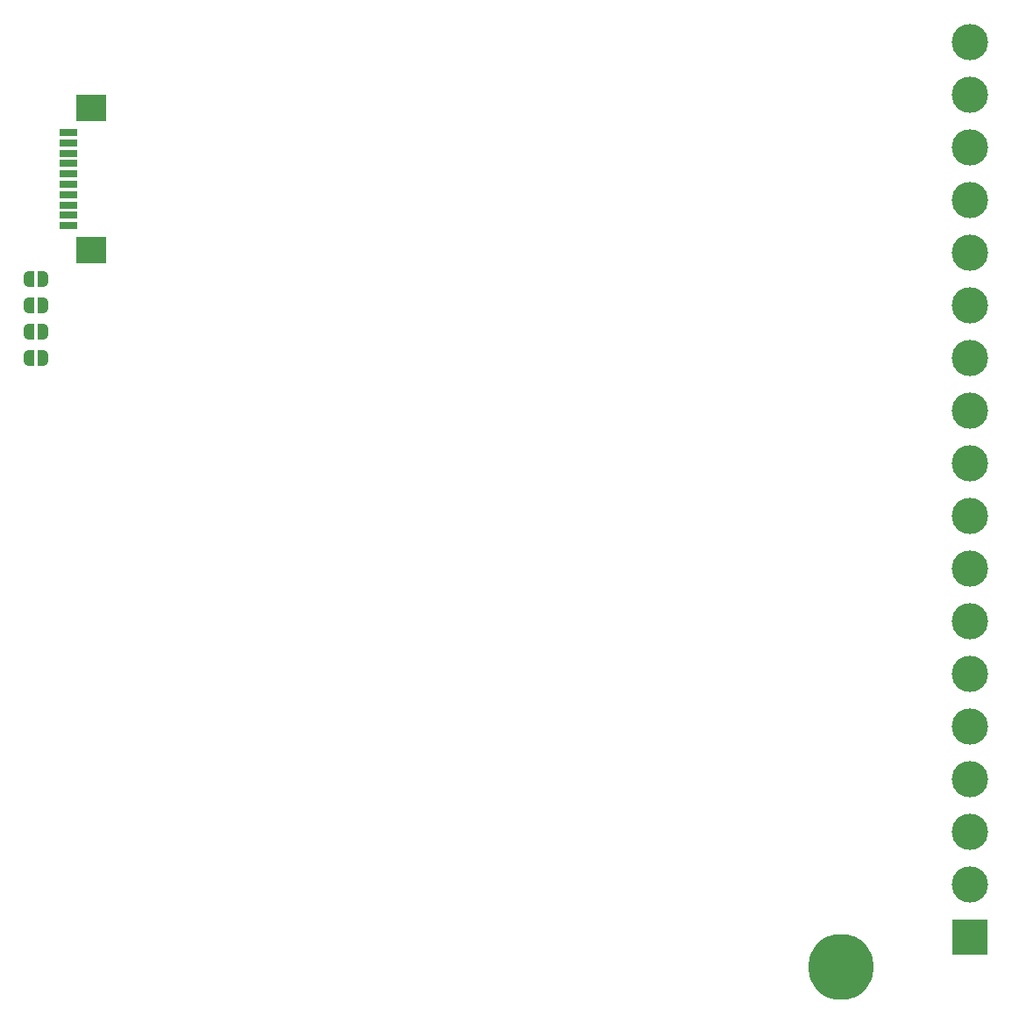
<source format=gbr>
%TF.GenerationSoftware,KiCad,Pcbnew,8.0.6-8.0.6-0~ubuntu24.04.1*%
%TF.CreationDate,2024-12-11T22:00:59+03:00*%
%TF.ProjectId,PM-DI16-DC24sink,504d2d44-4931-4362-9d44-43323473696e,rev?*%
%TF.SameCoordinates,Original*%
%TF.FileFunction,Soldermask,Bot*%
%TF.FilePolarity,Negative*%
%FSLAX46Y46*%
G04 Gerber Fmt 4.6, Leading zero omitted, Abs format (unit mm)*
G04 Created by KiCad (PCBNEW 8.0.6-8.0.6-0~ubuntu24.04.1) date 2024-12-11 22:00:59*
%MOMM*%
%LPD*%
G01*
G04 APERTURE LIST*
G04 Aperture macros list*
%AMFreePoly0*
4,1,19,0.500000,-0.750000,0.000000,-0.750000,0.000000,-0.744911,-0.071157,-0.744911,-0.207708,-0.704816,-0.327430,-0.627875,-0.420627,-0.520320,-0.479746,-0.390866,-0.500000,-0.250000,-0.500000,0.250000,-0.479746,0.390866,-0.420627,0.520320,-0.327430,0.627875,-0.207708,0.704816,-0.071157,0.744911,0.000000,0.744911,0.000000,0.750000,0.500000,0.750000,0.500000,-0.750000,0.500000,-0.750000,
$1*%
%AMFreePoly1*
4,1,19,0.000000,0.744911,0.071157,0.744911,0.207708,0.704816,0.327430,0.627875,0.420627,0.520320,0.479746,0.390866,0.500000,0.250000,0.500000,-0.250000,0.479746,-0.390866,0.420627,-0.520320,0.327430,-0.627875,0.207708,-0.704816,0.071157,-0.744911,0.000000,-0.744911,0.000000,-0.750000,-0.500000,-0.750000,-0.500000,0.750000,0.000000,0.750000,0.000000,0.744911,0.000000,0.744911,
$1*%
G04 Aperture macros list end*
%ADD10O,6.350000X6.350000*%
%ADD11R,3.500000X3.500000*%
%ADD12C,3.500000*%
%ADD13FreePoly0,180.000000*%
%ADD14FreePoly1,180.000000*%
%ADD15R,1.803400X0.635000*%
%ADD16R,2.997200X2.590800*%
G04 APERTURE END LIST*
D10*
%TO.C,PE1*%
X32000000Y-46000000D03*
%TD*%
D11*
%TO.C,J1*%
X44450000Y-43180000D03*
D12*
X44450000Y-38100000D03*
X44450000Y-33020000D03*
X44450000Y-27940000D03*
X44450000Y-22860000D03*
X44450000Y-17780000D03*
X44450000Y-12700000D03*
X44450000Y-7620000D03*
X44450000Y-2540000D03*
X44450000Y2540000D03*
X44450000Y7620000D03*
X44450000Y12700000D03*
X44450000Y17780000D03*
X44450000Y22860000D03*
X44450000Y27940000D03*
X44450000Y33020000D03*
X44450000Y38100000D03*
X44450000Y43180000D03*
%TD*%
D13*
%TO.C,JP1*%
X-45070000Y20320000D03*
D14*
X-46370000Y20320000D03*
%TD*%
D13*
%TO.C,JP4*%
X-45070000Y12700000D03*
D14*
X-46370000Y12700000D03*
%TD*%
D13*
%TO.C,JP2*%
X-45070000Y17780000D03*
D14*
X-46370000Y17780000D03*
%TD*%
D15*
%TO.C,J9*%
X-42556000Y34499991D03*
X-42556000Y33499993D03*
X-42556000Y32499995D03*
X-42556000Y31499997D03*
X-42556000Y30499999D03*
X-42556000Y29500001D03*
X-42556000Y28500003D03*
X-42556000Y27500005D03*
X-42556000Y26500007D03*
X-42556000Y25500009D03*
D16*
X-40385999Y36850002D03*
X-40385999Y23149998D03*
%TD*%
D13*
%TO.C,JP3*%
X-45070000Y15240000D03*
D14*
X-46370000Y15240000D03*
%TD*%
M02*

</source>
